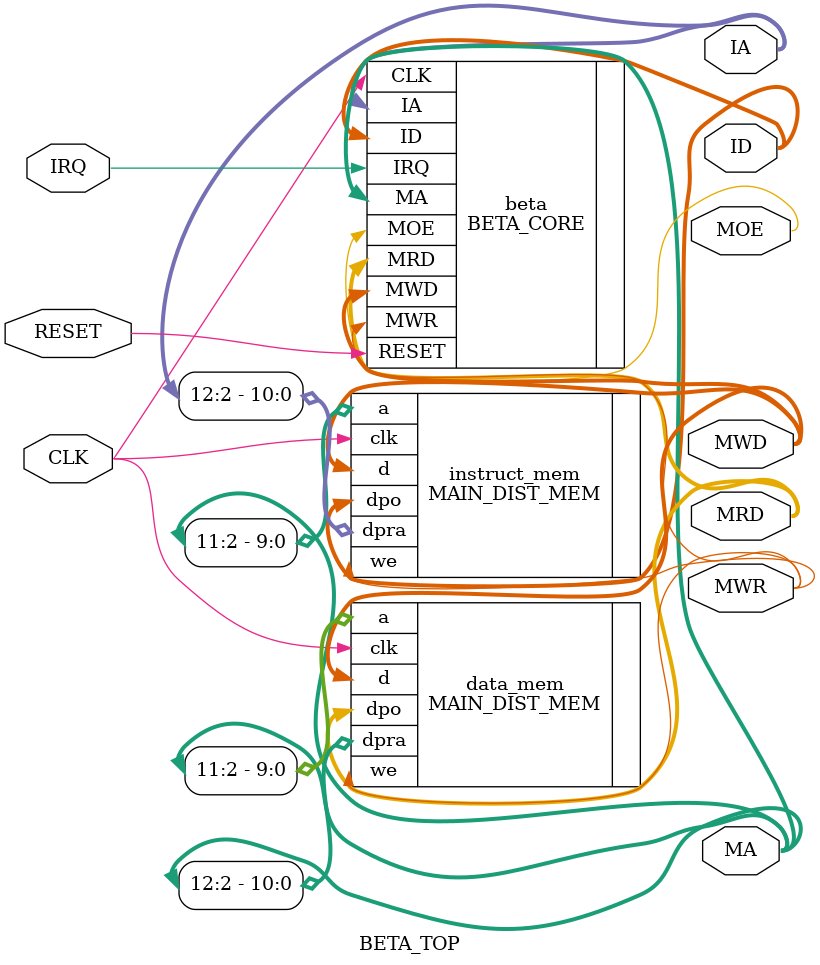
<source format=v>
`timescale 1ns / 1ps
module BETA_TOP(
	 input CLK,
    input RESET,
    input IRQ,
	 
    output [31:0] IA,
    output [31:0] ID,
    output [31:0] MA,
    output MOE,
    output MWR,
    output [31:0] MRD,
    output [31:0] MWD
    );

//internal wires, signals here


//MAIN_MEM data_mem (
//  .clka(CLK), // input clka
//  .wea(MWR), // input [0 : 0] wea
//  .addra(MA[12:2]), // input [10 : 0] addra
//  .dina(MWD), // input [31 : 0] dina
//  .clkb(CLK), // input clkb
//  .addrb(MA[12:2]), // input [10 : 0] addrb
//  .doutb(MRD) // output [31 : 0] doutb
//);

MAIN_DIST_MEM data_mem (
  .a(MA[11:2]), // input [9 : 0] a
  .d(MWD), // input [31 : 0] d
  .dpra(MA[12:2]), // input [9 : 0] dpra
  .clk(CLK), // input clk
  .we(MWR), // input we
  .dpo(MRD) // output [31 : 0] dpo
);


//MAIN_MEM instruct_mem (
//  .clka(CLK), // input clka
//  .wea(MWR), // input [0 : 0] wea
//  .addra(MA[12:2]), // input [10 : 0] addra
//  .dina(MWD), // input [31 : 0] dina
//  .clkb(CLK), // input clkb
//  .addrb(IA[12:2]), // input [10 : 0] addrb
//  .doutb(ID) // output [31 : 0] doutb
//);

MAIN_DIST_MEM instruct_mem (
  .a(MA[11:2]), // input [9 : 0] a
  .d(MWD), // input [31 : 0] d
  .dpra(IA[12:2]), // input [9 : 0] dpra
  .clk(CLK), // input clk
  .we(MWR), // input we
  .dpo(ID) // output [31 : 0] dpo
);

BETA_CORE beta (
    .CLK(CLK), 
    .RESET(RESET), 
    .IRQ(IRQ), 
    .MRD(MRD),   
    .ID(ID),     
	 
    .IA(IA), 
    .MA(MA), 
    .MOE(MOE), 
    .MWR(MWR), 
    .MWD(MWD)
    );

endmodule

</source>
